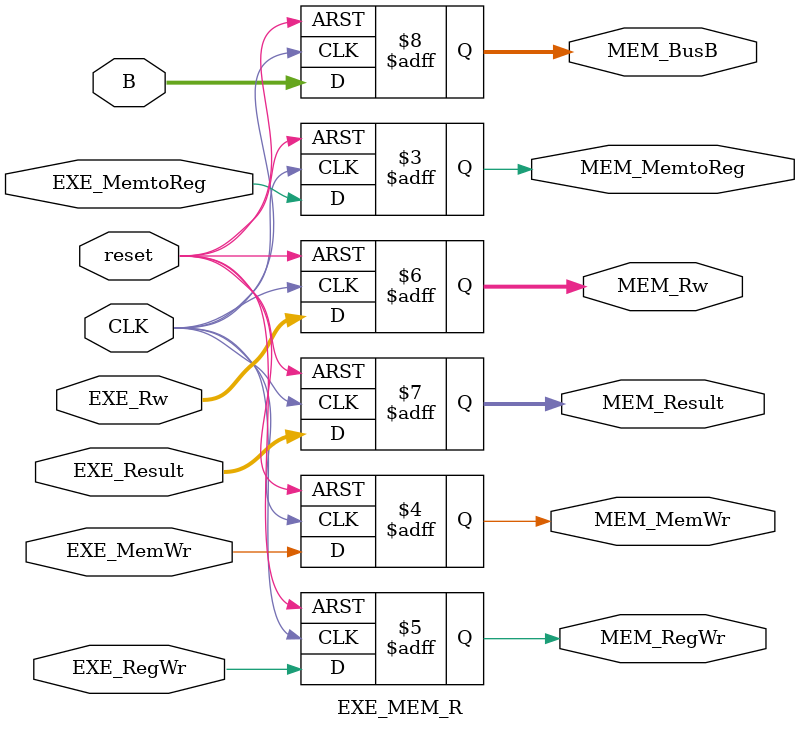
<source format=v>
`timescale 1ns / 1ps
module EXE_MEM_R(
	EXE_MemtoReg, EXE_MemWr, EXE_RegWr, EXE_Rw, EXE_Result, B,
	MEM_MemtoReg, MEM_MemWr, MEM_RegWr, MEM_Rw, MEM_Result, MEM_BusB,
	CLK, reset
);
input CLK, reset;
input EXE_MemtoReg, EXE_MemWr, EXE_RegWr;
input [4:0] EXE_Rw;
input [31:0] EXE_Result, B;
output MEM_MemtoReg, MEM_MemWr, MEM_RegWr;
output [4:0] MEM_Rw;
output [31:0] MEM_Result, MEM_BusB;
reg MEM_MemtoReg, MEM_MemWr, MEM_RegWr;
reg [4:0] MEM_Rw;
reg [31:0] MEM_Result, MEM_BusB;
always @ (negedge reset or posedge CLK)
	if (reset == 0)
	begin
		MEM_MemtoReg <= 0; 
		MEM_MemWr <= 0; 
		MEM_RegWr <= 0; 
		MEM_Rw <= 0;
		MEM_Result <= 0; 
		MEM_BusB <= 0;
	end
	else
	begin
		MEM_MemtoReg <= EXE_MemtoReg; 
		MEM_MemWr <= EXE_MemWr; 
		MEM_RegWr <= EXE_RegWr; 
		MEM_Rw <= EXE_Rw;
		MEM_Result <= EXE_Result; 
		MEM_BusB <= B;
	end
endmodule

</source>
